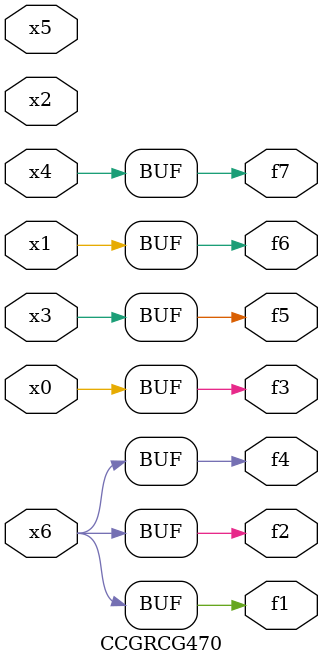
<source format=v>
module CCGRCG470(
	input x0, x1, x2, x3, x4, x5, x6,
	output f1, f2, f3, f4, f5, f6, f7
);
	assign f1 = x6;
	assign f2 = x6;
	assign f3 = x0;
	assign f4 = x6;
	assign f5 = x3;
	assign f6 = x1;
	assign f7 = x4;
endmodule

</source>
